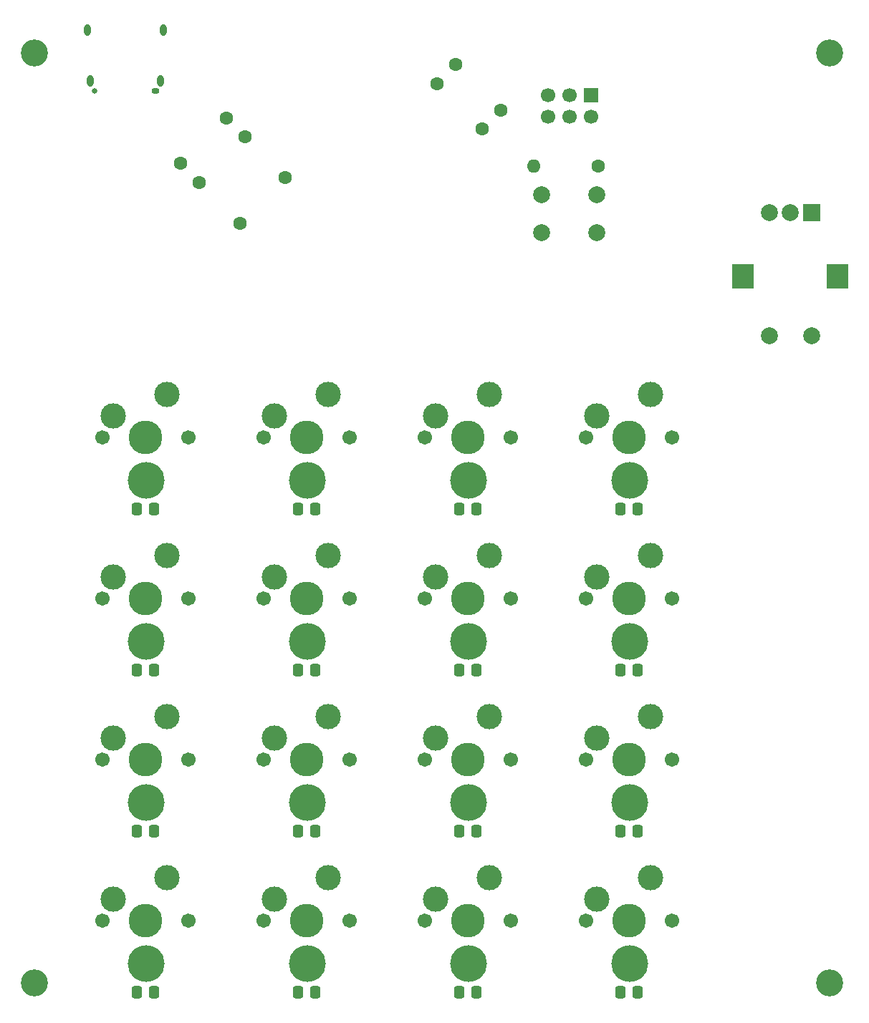
<source format=gbr>
%TF.GenerationSoftware,KiCad,Pcbnew,(7.0.0)*%
%TF.CreationDate,2023-03-09T16:04:36-06:00*%
%TF.ProjectId,RB-Macro16,52422d4d-6163-4726-9f31-362e6b696361,rev?*%
%TF.SameCoordinates,Original*%
%TF.FileFunction,Soldermask,Top*%
%TF.FilePolarity,Negative*%
%FSLAX46Y46*%
G04 Gerber Fmt 4.6, Leading zero omitted, Abs format (unit mm)*
G04 Created by KiCad (PCBNEW (7.0.0)) date 2023-03-09 16:04:36*
%MOMM*%
%LPD*%
G01*
G04 APERTURE LIST*
G04 Aperture macros list*
%AMRoundRect*
0 Rectangle with rounded corners*
0 $1 Rounding radius*
0 $2 $3 $4 $5 $6 $7 $8 $9 X,Y pos of 4 corners*
0 Add a 4 corners polygon primitive as box body*
4,1,4,$2,$3,$4,$5,$6,$7,$8,$9,$2,$3,0*
0 Add four circle primitives for the rounded corners*
1,1,$1+$1,$2,$3*
1,1,$1+$1,$4,$5*
1,1,$1+$1,$6,$7*
1,1,$1+$1,$8,$9*
0 Add four rect primitives between the rounded corners*
20,1,$1+$1,$2,$3,$4,$5,0*
20,1,$1+$1,$4,$5,$6,$7,0*
20,1,$1+$1,$6,$7,$8,$9,0*
20,1,$1+$1,$8,$9,$2,$3,0*%
%AMHorizOval*
0 Thick line with rounded ends*
0 $1 width*
0 $2 $3 position (X,Y) of the first rounded end (center of the circle)*
0 $4 $5 position (X,Y) of the second rounded end (center of the circle)*
0 Add line between two ends*
20,1,$1,$2,$3,$4,$5,0*
0 Add two circle primitives to create the rounded ends*
1,1,$1,$2,$3*
1,1,$1,$4,$5*%
G04 Aperture macros list end*
%ADD10RoundRect,0.250000X-0.337500X-0.475000X0.337500X-0.475000X0.337500X0.475000X-0.337500X0.475000X0*%
%ADD11C,1.701800*%
%ADD12C,3.000000*%
%ADD13C,3.987800*%
%ADD14C,4.350000*%
%ADD15C,3.200000*%
%ADD16R,1.700000X1.700000*%
%ADD17C,1.700000*%
%ADD18R,2.000000X2.000000*%
%ADD19C,2.000000*%
%ADD20R,2.500000X3.000000*%
%ADD21C,1.600000*%
%ADD22HorizOval,1.600000X0.000000X0.000000X0.000000X0.000000X0*%
%ADD23HorizOval,1.600000X0.000000X0.000000X0.000000X0.000000X0*%
%ADD24O,1.600000X1.600000*%
%ADD25C,0.650000*%
%ADD26O,0.950000X0.650000*%
%ADD27O,0.800000X1.400000*%
G04 APERTURE END LIST*
D10*
%TO.C,C14*%
X79172500Y-154156300D03*
X81247500Y-154156300D03*
%TD*%
D11*
%TO.C,KSW9*%
X56079590Y-126606150D03*
D12*
X57349590Y-124066150D03*
D13*
X61159590Y-126606150D03*
D14*
X61210390Y-131686150D03*
D12*
X63699590Y-121526150D03*
D11*
X66239590Y-126606150D03*
%TD*%
D10*
%TO.C,C8*%
X117272500Y-116056300D03*
X119347500Y-116056300D03*
%TD*%
%TO.C,C3*%
X98222500Y-97006300D03*
X100297500Y-97006300D03*
%TD*%
D11*
%TO.C,KSW16*%
X113229590Y-145656150D03*
D12*
X114499590Y-143116150D03*
D13*
X118309590Y-145656150D03*
D14*
X118360390Y-150736150D03*
D12*
X120849590Y-140576150D03*
D11*
X123389590Y-145656150D03*
%TD*%
D15*
%TO.C,REF\u002A\u002A*%
X48000000Y-153000000D03*
%TD*%
D10*
%TO.C,C4*%
X117272500Y-97006300D03*
X119347500Y-97006300D03*
%TD*%
D11*
%TO.C,KSW7*%
X94179590Y-107556150D03*
D12*
X95449590Y-105016150D03*
D13*
X99259590Y-107556150D03*
D14*
X99310390Y-112636150D03*
D12*
X101799590Y-102476150D03*
D11*
X104339590Y-107556150D03*
%TD*%
D10*
%TO.C,C6*%
X79172500Y-116056300D03*
X81247500Y-116056300D03*
%TD*%
D11*
%TO.C,KSW3*%
X94179590Y-88506150D03*
D12*
X95449590Y-85966150D03*
D13*
X99259590Y-88506150D03*
D14*
X99310390Y-93586150D03*
D12*
X101799590Y-83426150D03*
D11*
X104339590Y-88506150D03*
%TD*%
D10*
%TO.C,C2*%
X79172500Y-97006300D03*
X81247500Y-97006300D03*
%TD*%
D11*
%TO.C,KSW15*%
X94179590Y-145656150D03*
D12*
X95449590Y-143116150D03*
D13*
X99259590Y-145656150D03*
D14*
X99310390Y-150736150D03*
D12*
X101799590Y-140576150D03*
D11*
X104339590Y-145656150D03*
%TD*%
D15*
%TO.C,REF\u002A\u002A*%
X142000000Y-153000000D03*
%TD*%
D10*
%TO.C,C1*%
X60122500Y-97006300D03*
X62197500Y-97006300D03*
%TD*%
D16*
%TO.C,J2*%
X113769999Y-48009999D03*
D17*
X113770000Y-50550000D03*
X111230000Y-48010000D03*
X111230000Y-50550000D03*
X108690000Y-48010000D03*
X108690000Y-50550000D03*
%TD*%
D10*
%TO.C,C16*%
X117272500Y-154156300D03*
X119347500Y-154156300D03*
%TD*%
D11*
%TO.C,KSW6*%
X75129590Y-107556150D03*
D12*
X76399590Y-105016150D03*
D13*
X80209590Y-107556150D03*
D14*
X80260390Y-112636150D03*
D12*
X82749590Y-102476150D03*
D11*
X85289590Y-107556150D03*
%TD*%
%TO.C,KSW14*%
X75129590Y-145656150D03*
D12*
X76399590Y-143116150D03*
D13*
X80209590Y-145656150D03*
D14*
X80260390Y-150736150D03*
D12*
X82749590Y-140576150D03*
D11*
X85289590Y-145656150D03*
%TD*%
%TO.C,KSW1*%
X56079590Y-88506150D03*
D12*
X57349590Y-85966150D03*
D13*
X61159590Y-88506150D03*
D14*
X61210390Y-93586150D03*
D12*
X63699590Y-83426150D03*
D11*
X66239590Y-88506150D03*
%TD*%
%TO.C,KSW2*%
X75129590Y-88506150D03*
D12*
X76399590Y-85966150D03*
D13*
X80209590Y-88506150D03*
D14*
X80260390Y-93586150D03*
D12*
X82749590Y-83426150D03*
D11*
X85289590Y-88506150D03*
%TD*%
%TO.C,KSW5*%
X56079590Y-107556150D03*
D12*
X57349590Y-105016150D03*
D13*
X61159590Y-107556150D03*
D14*
X61210390Y-112636150D03*
D12*
X63699590Y-102476150D03*
D11*
X66239590Y-107556150D03*
%TD*%
D18*
%TO.C,RSW1*%
X139859589Y-61956149D03*
D19*
X134859590Y-61956150D03*
X137359590Y-61956150D03*
D20*
X142959589Y-69456149D03*
X131759589Y-69456149D03*
D19*
X139859590Y-76456150D03*
X134859590Y-76456150D03*
%TD*%
D10*
%TO.C,C15*%
X98222500Y-154156300D03*
X100297500Y-154156300D03*
%TD*%
D11*
%TO.C,KSW12*%
X113229590Y-126606150D03*
D12*
X114499590Y-124066150D03*
D13*
X118309590Y-126606150D03*
D14*
X118360390Y-131686150D03*
D12*
X120849590Y-121526150D03*
D11*
X123389590Y-126606150D03*
%TD*%
D10*
%TO.C,C12*%
X117272500Y-135106300D03*
X119347500Y-135106300D03*
%TD*%
%TO.C,C9*%
X60122500Y-135106300D03*
X62197500Y-135106300D03*
%TD*%
D11*
%TO.C,KSW10*%
X75129590Y-126606150D03*
D12*
X76399590Y-124066150D03*
D13*
X80209590Y-126606150D03*
D14*
X80260390Y-131686150D03*
D12*
X82749590Y-121526150D03*
D11*
X85289590Y-126606150D03*
%TD*%
D15*
%TO.C,REF\u002A\u002A*%
X142000000Y-43000000D03*
%TD*%
%TO.C,REF\u002A\u002A*%
X48000000Y-43000000D03*
%TD*%
D10*
%TO.C,C5*%
X60122500Y-116056300D03*
X62197500Y-116056300D03*
%TD*%
%TO.C,C11*%
X98222500Y-135106300D03*
X100297500Y-135106300D03*
%TD*%
%TO.C,C13*%
X60122500Y-154156300D03*
X62197500Y-154156300D03*
%TD*%
D11*
%TO.C,KSW11*%
X94179590Y-126606150D03*
D12*
X95449590Y-124066150D03*
D13*
X99259590Y-126606150D03*
D14*
X99310390Y-131686150D03*
D12*
X101799590Y-121526150D03*
D11*
X104339590Y-126606150D03*
%TD*%
D10*
%TO.C,C7*%
X98222500Y-116056300D03*
X100297500Y-116056300D03*
%TD*%
%TO.C,C10*%
X79172500Y-135106300D03*
X81247500Y-135106300D03*
%TD*%
D11*
%TO.C,KSW8*%
X113229590Y-107556150D03*
D12*
X114499590Y-105016150D03*
D13*
X118309590Y-107556150D03*
D14*
X118360390Y-112636150D03*
D12*
X120849590Y-102476150D03*
D11*
X123389590Y-107556150D03*
%TD*%
%TO.C,KSW13*%
X56079590Y-145656150D03*
D12*
X57349590Y-143116150D03*
D13*
X61159590Y-145656150D03*
D14*
X61210390Y-150736150D03*
D12*
X63699590Y-140576150D03*
D11*
X66239590Y-145656150D03*
%TD*%
%TO.C,KSW4*%
X113229590Y-88506150D03*
D12*
X114499590Y-85966150D03*
D13*
X118309590Y-88506150D03*
D14*
X118360390Y-93586150D03*
D12*
X120849590Y-83426150D03*
D11*
X123389590Y-88506150D03*
%TD*%
D21*
%TO.C,R2*%
X72295923Y-63194077D03*
D22*
X77684076Y-57805922D03*
%TD*%
D21*
%TO.C,R4*%
X65295923Y-56114077D03*
D22*
X70684076Y-50725922D03*
%TD*%
D19*
%TO.C,SW1*%
X107990000Y-64300000D03*
X114490000Y-64300000D03*
X107990000Y-59800000D03*
X114490000Y-59800000D03*
%TD*%
D21*
%TO.C,R6*%
X95565923Y-46655923D03*
D23*
X100954076Y-52044076D03*
%TD*%
D21*
%TO.C,R3*%
X67525923Y-58374077D03*
D22*
X72914076Y-52985922D03*
%TD*%
D21*
%TO.C,R1*%
X114680000Y-56390000D03*
D24*
X107059999Y-56389999D03*
%TD*%
D25*
%TO.C,J1*%
X55159590Y-47566150D03*
D26*
X62359589Y-47566149D03*
D27*
X54269589Y-40366149D03*
X54629589Y-46316149D03*
X62889589Y-46316149D03*
X63249589Y-40366149D03*
%TD*%
D21*
%TO.C,R5*%
X97781846Y-44421846D03*
D23*
X103169999Y-49809999D03*
%TD*%
M02*

</source>
